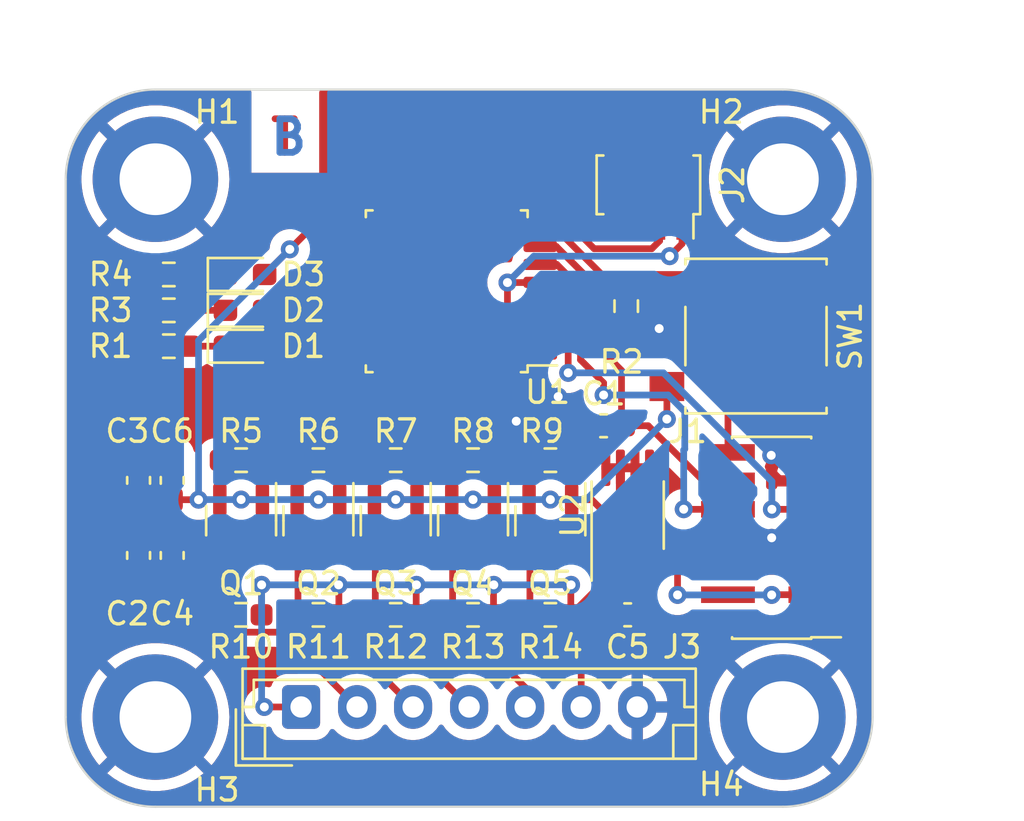
<source format=kicad_pcb>
(kicad_pcb (version 20221018) (generator pcbnew)
  (layers (0 "F.Cu" signal) (31 "B.Cu" signal) (34 "B.Paste" user) (35 "F.Paste" user) (36 "B.SilkS" user "B.Silkscreen") (37 "F.SilkS" user "F.Silkscreen") (38 "B.Mask" user) (39 "F.Mask" user) (44 "Edge.Cuts" user))
  (net 0 "")
  (net 1 "+5V")
  (net 2 "GND")
  (net 3 "+3.3V")
  (net 4 "Net-(D1-K)")
  (net 5 "Player1_LED")
  (net 6 "Net-(D3-K)")
  (net 7 "Status_LED")
  (net 8 "Data_Clock_SNES")
  (net 9 "Data_Latch_SNES")
  (net 10 "Net-(D2-K)")
  (net 11 "Serial_Data1_SNES")
  (net 12 "Serial_Data2_SNES")
  (net 13 "SPI_Chip_Select")
  (net 14 "Chip_Enable")
  (net 15 "SPI_Digital_Input")
  (net 16 "SPI_Clock")
  (net 18 "SPI_Digital_Output")
  (net 19 "IOBit_SNES")
  (net 20 "Data_Clock_STM32")
  (net 21 "Data_Latch_STM32")
  (net 22 "Appairing_Btn")
  (net 23 "Net-(U2-BP)")
  (net 25 "SWDIO")
  (net 27 "SWDCK")
  (net 34 "NRST")
  (net 35 "USART2_RX")
  (net 36 "USART2_TX")
  (net 37 "Serial_Data1_STM32")
  (net 38 "IOBit_STM32")
  (net 39 "Serial_Data2_STM32")
  (footprint "Package_TO_SOT_SMD:SOT-23" (layer "F.Cu") (at 117.625 91.2375 -90)
    (fp_text reference "Q5" (at 2.8 0) (layer "F.SilkS"))
    (fp_text value "2N7002")
    (pad "1" smd roundrect (at -0.9375 -0.95 270) (size 1.475 0.6) (layers "F.Cu" "F.Paste" "F.Mask") (net 3 "+3.3V"))
    (pad "2" smd roundrect (at -0.9375 0.95 270) (size 1.475 0.6) (layers "F.Cu" "F.Paste" "F.Mask") (net 38 "IOBit_STM32"))
    (pad "3" smd roundrect (at 0.9375 0 270) (size 1.475 0.6) (layers "F.Cu" "F.Paste" "F.Mask") (net 19 "IOBit_SNES"))
  )
  (footprint "Connector_JST:JST_EH_B7B-EH-A_1x07_P2.50mm_Vertical" (layer "F.Cu") (at 106.5 99.55)
    (fp_text reference "J3" (at 17 -2.6825) (layer "F.SilkS"))
    (fp_text value "Conn_01x07_Socket")
    (pad "1" thru_hole roundrect (at 0 0) (size 1.7 1.95) (drill 0.95) (layers "*.Cu" "*.Mask") (roundrect_rratio 0.147059) (net 1 "+5V"))
    (pad "2" thru_hole oval (at 2.5 0) (size 1.7 1.95) (drill 0.95) (layers "*.Cu" "*.Mask") (net 8 "Data_Clock_SNES"))
    (pad "3" thru_hole oval (at 5 0) (size 1.7 1.95) (drill 0.95) (layers "*.Cu" "*.Mask") (net 9 "Data_Latch_SNES"))
    (pad "4" thru_hole oval (at 7.5 0) (size 1.7 1.95) (drill 0.95) (layers "*.Cu" "*.Mask") (net 11 "Serial_Data1_SNES"))
    (pad "5" thru_hole oval (at 10 0) (size 1.7 1.95) (drill 0.95) (layers "*.Cu" "*.Mask") (net 12 "Serial_Data2_SNES"))
    (pad "6" thru_hole oval (at 12.5 0) (size 1.7 1.95) (drill 0.95) (layers "*.Cu" "*.Mask") (net 19 "IOBit_SNES"))
    (pad "7" thru_hole oval (at 15 0) (size 1.7 1.95) (drill 0.95) (layers "*.Cu" "*.Mask") (net 2 "GND"))
  )
  (footprint "Capacitor_SMD:C_0603_1608Metric_Pad1.08x0.95mm_HandSolder" (layer "F.Cu") (at 100.75 89.4375 90)
    (fp_text reference "C6" (at 2.2 0) (layer "F.SilkS"))
    (fp_text value "2.2u")
    (pad "1" smd roundrect (at -0.8625 0 90) (size 1.075 0.95) (layers "F.Cu" "F.Paste" "F.Mask") (net 3 "+3.3V"))
    (pad "2" smd roundrect (at 0.8625 0 90) (size 1.075 0.95) (layers "F.Cu" "F.Paste" "F.Mask") (net 2 "GND"))
  )
  (footprint "Diode_SMD:D_0603_1608Metric_Pad1.05x0.95mm_HandSolder" (layer "F.Cu") (at 104 81.85)
    (fp_text reference "D2" (at 2.6 0) (layer "F.SilkS"))
    (fp_text value "LED_Small")
    (pad "1" smd roundrect (at -0.875 0) (size 1.05 0.95) (layers "F.Cu" "F.Paste" "F.Mask") (net 10 "Net-(D2-K)"))
    (pad "2" smd roundrect (at 0.875 0) (size 1.05 0.95) (layers "F.Cu" "F.Paste" "F.Mask") (net 7 "Status_LED"))
  )
  (footprint "MountingHole:MountingHole_3.2mm_M3_DIN965_Pad" (layer "F.Cu") (at 128 76)
    (fp_text reference "H2" (at -2.75 -3) (layer "F.SilkS"))
    (fp_text value "MountingHole_Pad")
    (pad "1" thru_hole circle (at 0 0) (size 5.6 5.6) (drill 3.2) (layers "*.Cu" "*.Mask") (net 2 "GND"))
  )
  (footprint "Resistor_SMD:R_0603_1608Metric_Pad0.98x0.95mm_HandSolder" (layer "F.Cu") (at 100.6 81.85 180)
    (fp_text reference "R3" (at 2.6 0) (layer "F.SilkS"))
    (fp_text value "1k")
    (pad "1" smd roundrect (at -0.9125 0 180) (size 0.975 0.95) (layers "F.Cu" "F.Paste" "F.Mask") (net 10 "Net-(D2-K)"))
    (pad "2" smd roundrect (at 0.9125 0 180) (size 0.975 0.95) (layers "F.Cu" "F.Paste" "F.Mask") (net 2 "GND"))
  )
  (footprint "Resistor_SMD:R_0603_1608Metric_Pad0.98x0.95mm_HandSolder" (layer "F.Cu") (at 117.625 95.4375 180)
    (fp_text reference "R14" (at 0 -1.43) (layer "F.SilkS"))
    (fp_text value "10k")
    (pad "1" smd roundrect (at -0.9125 0 180) (size 0.975 0.95) (layers "F.Cu" "F.Paste" "F.Mask") (net 1 "+5V"))
    (pad "2" smd roundrect (at 0.9125 0 180) (size 0.975 0.95) (layers "F.Cu" "F.Paste" "F.Mask") (net 19 "IOBit_SNES"))
  )
  (footprint "Capacitor_SMD:C_0603_1608Metric_Pad1.08x0.95mm_HandSolder" (layer "F.Cu") (at 99.25 92.7875 -90)
    (fp_text reference "C2" (at 2.6 0.5) (layer "F.SilkS"))
    (fp_text value "100n")
    (pad "1" smd roundrect (at -0.8625 0 270) (size 1.075 0.95) (layers "F.Cu" "F.Paste" "F.Mask") (net 3 "+3.3V"))
    (pad "2" smd roundrect (at 0.8625 0 270) (size 1.075 0.95) (layers "F.Cu" "F.Paste" "F.Mask") (net 2 "GND"))
  )
  (footprint "Package_TO_SOT_SMD:SOT-23" (layer "F.Cu") (at 103.825 91.2375 -90)
    (fp_text reference "Q1" (at 2.8 0) (layer "F.SilkS"))
    (fp_text value "2N7002")
    (pad "1" smd roundrect (at -0.9375 -0.95 270) (size 1.475 0.6) (layers "F.Cu" "F.Paste" "F.Mask") (net 3 "+3.3V"))
    (pad "2" smd roundrect (at -0.9375 0.95 270) (size 1.475 0.6) (layers "F.Cu" "F.Paste" "F.Mask") (net 20 "Data_Clock_STM32"))
    (pad "3" smd roundrect (at 0.9375 0 270) (size 1.475 0.6) (layers "F.Cu" "F.Paste" "F.Mask") (net 8 "Data_Clock_SNES"))
  )
  (footprint "Diode_SMD:D_0603_1608Metric_Pad1.05x0.95mm_HandSolder" (layer "F.Cu") (at 104 83.45)
    (fp_text reference "D1" (at 2.6 0) (layer "F.SilkS"))
    (fp_text value "LED_Small")
    (pad "1" smd roundrect (at -0.875 0) (size 1.05 0.95) (layers "F.Cu" "F.Paste" "F.Mask") (net 4 "Net-(D1-K)"))
    (pad "2" smd roundrect (at 0.875 0) (size 1.05 0.95) (layers "F.Cu" "F.Paste" "F.Mask") (net 5 "Player1_LED"))
  )
  (footprint "Resistor_SMD:R_0603_1608Metric_Pad0.98x0.95mm_HandSolder" (layer "F.Cu") (at 107.275 88.5375 180)
    (fp_text reference "R6" (at 0 1.3) (layer "F.SilkS"))
    (fp_text value "10k")
    (pad "1" smd roundrect (at -0.9125 0 180) (size 0.975 0.95) (layers "F.Cu" "F.Paste" "F.Mask") (net 3 "+3.3V"))
    (pad "2" smd roundrect (at 0.9125 0 180) (size 0.975 0.95) (layers "F.Cu" "F.Paste" "F.Mask") (net 21 "Data_Latch_STM32"))
  )
  (footprint "Resistor_SMD:R_0603_1608Metric_Pad0.98x0.95mm_HandSolder" (layer "F.Cu") (at 103.825 88.5375 180)
    (fp_text reference "R5" (at 0 1.3) (layer "F.SilkS"))
    (fp_text value "10k")
    (pad "1" smd roundrect (at -0.9125 0 180) (size 0.975 0.95) (layers "F.Cu" "F.Paste" "F.Mask") (net 3 "+3.3V"))
    (pad "2" smd roundrect (at 0.9125 0 180) (size 0.975 0.95) (layers "F.Cu" "F.Paste" "F.Mask") (net 20 "Data_Clock_STM32"))
  )
  (footprint "MountingHole:MountingHole_3.2mm_M3_DIN965_Pad" (layer "F.Cu") (at 128 100)
    (fp_text reference "H4" (at -2.75 3) (layer "F.SilkS"))
    (fp_text value "MountingHole_Pad")
    (pad "1" thru_hole circle (at 0 0) (size 5.6 5.6) (drill 3.2) (layers "*.Cu" "*.Mask") (net 2 "GND"))
  )
  (footprint "Capacitor_SMD:C_0603_1608Metric_Pad1.08x0.95mm_HandSolder" (layer "F.Cu") (at 121.075 95.4375 180)
    (fp_text reference "C5" (at 0 -1.43) (layer "F.SilkS"))
    (fp_text value "470p")
    (pad "1" smd roundrect (at -0.8625 0 180) (size 1.075 0.95) (layers "F.Cu" "F.Paste" "F.Mask") (net 23 "Net-(U2-BP)"))
    (pad "2" smd roundrect (at 0.8625 0 180) (size 1.075 0.95) (layers "F.Cu" "F.Paste" "F.Mask") (net 2 "GND"))
  )
  (footprint "Package_SO:MSOP-8_3x3mm_P0.65mm" (layer "F.Cu") (at 121.075 90.9875 90)
    (fp_text reference "U2" (at 0 -2.45 90) (layer "F.SilkS"))
    (fp_text value "MIC5219-3.3YMM")
    (pad "1" smd roundrect (at -2.1125 -0.975 90) (size 1.625 0.4) (layers "F.Cu" "F.Paste" "F.Mask"))
    (pad "2" smd roundrect (at -2.1125 -0.325 90) (size 1.625 0.4) (layers "F.Cu" "F.Paste" "F.Mask") (net 1 "+5V"))
    (pad "3" smd roundrect (at -2.1125 0.325 90) (size 1.625 0.4) (layers "F.Cu" "F.Paste" "F.Mask") (net 3 "+3.3V"))
    (pad "4" smd roundrect (at -2.1125 0.975 90) (size 1.625 0.4) (layers "F.Cu" "F.Paste" "F.Mask") (net 23 "Net-(U2-BP)"))
    (pad "5" smd roundrect (at 2.1125 0.975 90) (size 1.625 0.4) (layers "F.Cu" "F.Paste" "F.Mask") (net 2 "GND"))
    (pad "6" smd roundrect (at 2.1125 0.325 90) (size 1.625 0.4) (layers "F.Cu" "F.Paste" "F.Mask") (net 2 "GND"))
    (pad "7" smd roundrect (at 2.1125 -0.325 90) (size 1.625 0.4) (layers "F.Cu" "F.Paste" "F.Mask") (net 2 "GND"))
    (pad "8" smd roundrect (at 2.1125 -0.975 90) (size 1.625 0.4) (layers "F.Cu" "F.Paste" "F.Mask") (net 2 "GND"))
  )
  (footprint "Resistor_SMD:R_0603_1608Metric_Pad0.98x0.95mm_HandSolder" (layer "F.Cu") (at 100.6 80.25 180)
    (fp_text reference "R4" (at 2.6 0) (layer "F.SilkS"))
    (fp_text value "1k")
    (pad "1" smd roundrect (at -0.9125 0 180) (size 0.975 0.95) (layers "F.Cu" "F.Paste" "F.Mask") (net 6 "Net-(D3-K)"))
    (pad "2" smd roundrect (at 0.9125 0 180) (size 0.975 0.95) (layers "F.Cu" "F.Paste" "F.Mask") (net 2 "GND"))
  )
  (footprint "Package_QFP:LQFP-32_7x7mm_P0.8mm" (layer "F.Cu") (at 113 81 180)
    (fp_text reference "U1" (at -4.5 -4.5) (layer "F.SilkS"))
    (fp_text value "STM32L412KBTx")
    (pad "1" smd roundrect (at -4.175 -2.8 180) (size 1.5 0.5) (layers "F.Cu" "F.Paste" "F.Mask") (net 3 "+3.3V"))
    (pad "2" smd roundrect (at -4.175 -2 180) (size 1.5 0.5) (layers "F.Cu" "F.Paste" "F.Mask") (net 25 "SWDIO"))
    (pad "3" smd roundrect (at -4.175 -1.2 180) (size 1.5 0.5) (layers "F.Cu" "F.Paste" "F.Mask") (net 27 "SWDCK"))
    (pad "4" smd roundrect (at -4.175 -0.4 180) (size 1.5 0.5) (layers "F.Cu" "F.Paste" "F.Mask") (net 34 "NRST"))
    (pad "5" smd roundrect (at -4.175 0.4 180) (size 1.5 0.5) (layers "F.Cu" "F.Paste" "F.Mask") (net 3 "+3.3V"))
    (pad "6" smd roundrect (at -4.175 1.2 180) (size 1.5 0.5) (layers "F.Cu" "F.Paste" "F.Mask") (net 36 "USART2_TX"))
    (pad "7" smd roundrect (at -4.175 2 180) (size 1.5 0.5) (layers "F.Cu" "F.Paste" "F.Mask") (net 35 "USART2_RX"))
    (pad "8" smd roundrect (at -4.175 2.8 180) (size 1.5 0.5) (layers "F.Cu" "F.Paste" "F.Mask") (net 22 "Appairing_Btn"))
    (pad "9" smd roundrect (at -2.8 4.175 180) (size 0.5 1.5) (layers "F.Cu" "F.Paste" "F.Mask") (net 13 "SPI_Chip_Select"))
    (pad "10" smd roundrect (at -2 4.175 180) (size 0.5 1.5) (layers "F.Cu" "F.Paste" "F.Mask") (net 15 "SPI_Digital_Input"))
    (pad "11" smd roundrect (at -1.2 4.175 180) (size 0.5 1.5) (layers "F.Cu" "F.Paste" "F.Mask") (net 18 "SPI_Digital_Output"))
    (pad "12" smd roundrect (at -0.4 4.175 180) (size 0.5 1.5) (layers "F.Cu" "F.Paste" "F.Mask") (net 16 "SPI_Clock"))
    (pad "13" smd roundrect (at 0.4 4.175 180) (size 0.5 1.5) (layers "F.Cu" "F.Paste" "F.Mask") (net 14 "Chip_Enable"))
    (pad "14" smd roundrect (at 1.2 4.175 180) (size 0.5 1.5) (layers "F.Cu" "F.Paste" "F.Mask"))
    (pad "15" smd roundrect (at 2 4.175 180) (size 0.5 1.5) (layers "F.Cu" "F.Paste" "F.Mask"))
    (pad "16" smd roundrect (at 2.8 4.175 180) (size 0.5 1.5) (layers "F.Cu" "F.Paste" "F.Mask") (net 2 "GND"))
    (pad "17" smd roundrect (at 4.175 2.8 180) (size 1.5 0.5) (layers "F.Cu" "F.Paste" "F.Mask") (net 3 "+3.3V"))
    (pad "18" smd roundrect (at 4.175 2 180) (size 1.5 0.5) (layers "F.Cu" "F.Paste" "F.Mask") (net 7 "Status_LED"))
    (pad "19" smd roundrect (at 4.175 1.2 180) (size 1.5 0.5) (layers "F.Cu" "F.Paste" "F.Mask") (net 5 "Player1_LED"))
    (pad "20" smd roundrect (at 4.175 0.4 180) (size 1.5 0.5) (layers "F.Cu" "F.Paste" "F.Mask"))
    (pad "21" smd roundrect (at 4.175 -0.4 180) (size 1.5 0.5) (layers "F.Cu" "F.Paste" "F.Mask"))
    (pad "22" smd roundrect (at 4.175 -1.2 180) (size 1.5 0.5) (layers "F.Cu" "F.Paste" "F.Mask"))
    (pad "23" smd roundrect (at 4.175 -2 180) (size 1.5 0.5) (layers "F.Cu" "F.Paste" "F.Mask"))
    (pad "24" smd roundrect (at 4.175 -2.8 180) (size 1.5 0.5) (layers "F.Cu" "F.Paste" "F.Mask"))
    (pad "25" smd roundrect (at 2.8 -4.175 180) (size 0.5 1.5) (layers "F.Cu" "F.Paste" "F.Mask"))
    (pad "26" smd roundrect (at 2 -4.175 180) (size 0.5 1.5) (layers "F.Cu" "F.Paste" "F.Mask") (net 20 "Data_Clock_STM32"))
    (pad "27" smd roundrect (at 1.2 -4.175 180) (size 0.5 1.5) (layers "F.Cu" "F.Paste" "F.Mask") (net 21 "Data_Latch_STM32"))
    (pad "28" smd roundrect (at 0.4 -4.175 180) (size 0.5 1.5) (layers "F.Cu" "F.Paste" "F.Mask") (net 37 "Serial_Data1_STM32"))
    (pad "29" smd roundrect (at -0.4 -4.175 180) (size 0.5 1.5) (layers "F.Cu" "F.Paste" "F.Mask") (net 39 "Serial_Data2_STM32"))
    (pad "30" smd roundrect (at -1.2 -4.175 180) (size 0.5 1.5) (layers "F.Cu" "F.Paste" "F.Mask") (net 38 "IOBit_STM32"))
    (pad "31" smd roundrect (at -2 -4.175 180) (size 0.5 1.5) (layers "F.Cu" "F.Paste" "F.Mask"))
    (pad "32" smd roundrect (at -2.8 -4.175 180) (size 0.5 1.5) (layers "F.Cu" "F.Paste" "F.Mask") (net 2 "GND"))
  )
  (footprint "MountingHole:MountingHole_3.2mm_M3_DIN965_Pad" (layer "F.Cu") (at 100 76)
    (fp_text reference "H1" (at 2.75 -3) (layer "F.SilkS"))
    (fp_text value "MountingHole_Pad")
    (pad "1" thru_hole circle (at 0 0) (size 5.6 5.6) (drill 3.2) (layers "*.Cu" "*.Mask") (net 2 "GND"))
  )
  (footprint "Connector_PinSocket_1.00mm:PinSocket_2x04_P1.00mm_Vertical_SMD" (layer "F.Cu") (at 122 76.25 -90)
    (fp_text reference "J2" (at 0 -3.75 90) (layer "F.SilkS"))
    (fp_text value "Conn_01x08_Socket")
    (pad "1" smd rect (at 1.525 -1.5 270) (size 1.85 0.5) (layers "F.Cu" "F.Paste" "F.Mask") (net 3 "+3.3V"))
    (pad "2" smd rect (at -1.525 -1.5 270) (size 1.85 0.5) (layers "F.Cu" "F.Paste" "F.Mask") (net 2 "GND"))
    (pad "3" smd rect (at 1.525 -0.5 270) (size 1.85 0.5) (layers "F.Cu" "F.Paste" "F.Mask") (net 13 "SPI_Chip_Select"))
    (pad "4" smd rect (at -1.525 -0.5 270) (size 1.85 0.5) (layers "F.Cu" "F.Paste" "F.Mask") (net 14 "Chip_Enable"))
    (pad "5" smd rect (at 1.525 0.5 270) (size 1.85 0.5) (layers "F.Cu" "F.Paste" "F.Mask") (net 15 "SPI_Digital_Input"))
    (pad "6" smd rect (at -1.525 0.5 270) (size 1.85 0.5) (layers "F.Cu" "F.Paste" "F.Mask") (net 16 "SPI_Clock"))
    (pad "7" smd rect (at 1.525 1.5 270) (size 1.85 0.5) (layers "F.Cu" "F.Paste" "F.Mask"))
    (pad "8" smd rect (at -1.525 1.5 270) (size 1.85 0.5) (layers "F.Cu" "F.Paste" "F.Mask") (net 18 "SPI_Digital_Output"))
  )
  (footprint "Resistor_SMD:R_0603_1608Metric_Pad0.98x0.95mm_HandSolder" (layer "F.Cu") (at 103.825 95.4375 180)
    (fp_text reference "R10" (at 0 -1.43) (layer "F.SilkS"))
    (fp_text value "10k")
    (pad "1" smd roundrect (at -0.9125 0 180) (size 0.975 0.95) (layers "F.Cu" "F.Paste" "F.Mask") (net 1 "+5V"))
    (pad "2" smd roundrect (at 0.9125 0 180) (size 0.975 0.95) (layers "F.Cu" "F.Paste" "F.Mask") (net 8 "Data_Clock_SNES"))
  )
  (footprint "Resistor_SMD:R_0603_1608Metric_Pad0.98x0.95mm_HandSolder" (layer "F.Cu") (at 117.625 88.5375 180)
    (fp_text reference "R9" (at 0.375 1.3) (layer "F.SilkS"))
    (fp_text value "10k")
    (pad "1" smd roundrect (at -0.9125 0 180) (size 0.975 0.95) (layers "F.Cu" "F.Paste" "F.Mask") (net 3 "+3.3V"))
    (pad "2" smd roundrect (at 0.9125 0 180) (size 0.975 0.95) (layers "F.Cu" "F.Paste" "F.Mask") (net 38 "IOBit_STM32"))
  )
  (footprint "MountingHole:MountingHole_3.2mm_M3_DIN965_Pad" (layer "F.Cu") (at 100 100)
    (fp_text reference "H3" (at 2.75 3.25) (layer "F.SilkS"))
    (fp_text value "MountingHole_Pad")
    (pad "1" thru_hole circle (at 0 0) (size 5.6 5.6) (drill 3.2) (layers "*.Cu" "*.Mask") (net 2 "GND"))
  )
  (footprint "Capacitor_SMD:C_0603_1608Metric_Pad1.08x0.95mm_HandSolder" (layer "F.Cu") (at 99.25 89.4375 90)
    (fp_text reference "C3" (at 2.2 -0.5) (layer "F.SilkS"))
    (fp_text value "100n")
    (pad "1" smd roundrect (at -0.8625 0 90) (size 1.075 0.95) (layers "F.Cu" "F.Paste" "F.Mask") (net 3 "+3.3V"))
    (pad "2" smd roundrect (at 0.8625 0 90) (size 1.075 0.95) (layers "F.Cu" "F.Paste" "F.Mask") (net 2 "GND"))
  )
  (footprint "Diode_SMD:D_0603_1608Metric_Pad1.05x0.95mm_HandSolder" (layer "F.Cu") (at 104 80.25)
    (fp_text reference "D3" (at 2.6 0) (layer "F.SilkS"))
    (fp_text value "LED")
    (pad "1" smd roundrect (at -0.875 0) (size 1.05 0.95) (layers "F.Cu" "F.Paste" "F.Mask") (net 6 "Net-(D3-K)"))
    (pad "2" smd roundrect (at 0.875 0) (size 1.05 0.95) (layers "F.Cu" "F.Paste" "F.Mask") (net 3 "+3.3V"))
  )
  (footprint "Resistor_SMD:R_0603_1608Metric_Pad0.98x0.95mm_HandSolder" (layer "F.Cu") (at 110.725 88.5375 180)
    (fp_text reference "R7" (at 0 1.3) (layer "F.SilkS"))
    (fp_text value "10k")
    (pad "1" smd roundrect (at -0.9125 0 180) (size 0.975 0.95) (layers "F.Cu" "F.Paste" "F.Mask") (net 3 "+3.3V"))
    (pad "2" smd roundrect (at 0.9125 0 180) (size 0.975 0.95) (layers "F.Cu" "F.Paste" "F.Mask") (net 37 "Serial_Data1_STM32"))
  )
  (footprint "Package_TO_SOT_SMD:SOT-23" (layer "F.Cu") (at 107.275 91.2375 -90)
    (fp_text reference "Q2" (at 2.8 0) (layer "F.SilkS"))
    (fp_text value "2N7002")
    (pad "1" smd roundrect (at -0.9375 -0.95 270) (size 1.475 0.6) (layers "F.Cu" "F.Paste" "F.Mask") (net 3 "+3.3V"))
    (pad "2" smd roundrect (at -0.9375 0.95 270) (size 1.475 0.6) (layers "F.Cu" "F.Paste" "F.Mask") (net 21 "Data_Latch_STM32"))
    (pad "3" smd roundrect (at 0.9375 0 270) (size 1.475 0.6) (layers "F.Cu" "F.Paste" "F.Mask") (net 9 "Data_Latch_SNES"))
  )
  (footprint "Resistor_SMD:R_0603_1608Metric_Pad0.98x0.95mm_HandSolder" (layer "F.Cu") (at 110.725 95.4375 180)
    (fp_text reference "R12" (at 0 -1.43) (layer "F.SilkS"))
    (fp_text value "10k")
    (pad "1" smd roundrect (at -0.9125 0 180) (size 0.975 0.95) (layers "F.Cu" "F.Paste" "F.Mask") (net 1 "+5V"))
    (pad "2" smd roundrect (at 0.9125 0 180) (size 0.975 0.95) (layers "F.Cu" "F.Paste" "F.Mask") (net 11 "Serial_Data1_SNES"))
  )
  (footprint "Resistor_SMD:R_0603_1608Metric_Pad0.98x0.95mm_HandSolder" (layer "F.Cu") (at 100.6 83.45 180)
    (fp_text reference "R1" (at 2.6 0) (layer "F.SilkS"))
    (fp_text value "1k")
    (pad "1" smd roundrect (at -0.9125 0 180) (size 0.975 0.95) (layers "F.Cu" "F.Paste" "F.Mask") (net 4 "Net-(D1-K)"))
    (pad "2" smd roundrect (at 0.9125 0 180) (size 0.975 0.95) (layers "F.Cu" "F.Paste" "F.Mask") (net 2 "GND"))
  )
  (footprint "Capacitor_SMD:C_0603_1608Metric_Pad1.08x0.95mm_HandSolder" (layer "F.Cu") (at 100.75 92.7875 -90)
    (fp_text reference "C4" (at 2.6 0) (layer "F.SilkS"))
    (fp_text value "100n")
    (pad "1" smd roundrect (at -0.8625 0 270) (size 1.075 0.95) (layers "F.Cu" "F.Paste" "F.Mask") (net 3 "+3.3V"))
    (pad "2" smd roundrect (at 0.8625 0 270) (size 1.075 0.95) (layers "F.Cu" "F.Paste" "F.Mask") (net 2 "GND"))
  )
  (footprint "Button_Switch_SMD:SW_SPST_B3S-1000" (layer "F.Cu") (at 126.8 83)
    (fp_text reference "SW1" (at 4.2 0 -90) (layer "F.SilkS"))
    (fp_text value "SW_SPST")
    (pad "1" smd rect (at -3.975 -2.25) (size 1.55 1.3) (layers "F.Cu" "F.Paste" "F.Mask") (net 22 "Appairing_Btn"))
    (pad "1" smd rect (at 3.975 -2.25) (size 1.55 1.3) (layers "F.Cu" "F.Paste" "F.Mask") (net 22 "Appairing_Btn"))
    (pad "2" smd rect (at -3.975 2.25) (size 1.55 1.3) (layers "F.Cu" "F.Paste" "F.Mask") (net 3 "+3.3V"))
    (pad "2" smd rect (at 3.975 2.25) (size 1.55 1.3) (layers "F.Cu" "F.Paste" "F.Mask") (net 3 "+3.3V"))
  )
  (footprint "Package_TO_SOT_SMD:SOT-23" (layer "F.Cu") (at 114.175 91.2375 -90)
    (fp_text reference "Q4" (at 2.8 0) (layer "F.SilkS"))
    (fp_text value "2N7002")
    (pad "1" smd roundrect (at -0.9375 -0.95 270) (size 1.475 0.6) (layers "F.Cu" "F.Paste" "F.Mask") (net 3 "+3.3V"))
    (pad "2" smd roundrect (at -0.9375 0.95 270) (size 1.475 0.6) (layers "F.Cu" "F.Paste" "F.Mask") (net 39 "Serial_Data2_STM32"))
    (pad "3" smd roundrect (at 0.9375 0 270) (size 1.475 0.6) (layers "F.Cu" "F.Paste" "F.Mask") (net 12 "Serial_Data2_SNES"))
  )
  (footprint "Resistor_SMD:R_0603_1608Metric_Pad0.98x0.95mm_HandSolder" (layer "F.Cu") (at 114.175 88.5375 180)
    (fp_text reference "R8" (at 0 1.3) (layer "F.SilkS"))
    (fp_text value "10k")
    (pad "1" smd roundrect (at -0.9125 0 180) (size 0.975 0.95) (layers "F.Cu" "F.Paste" "F.Mask") (net 3 "+3.3V"))
    (pad "2" smd roundrect (at 0.9125 0 180) (size 0.975 0.95) (layers "F.Cu" "F.Paste" "F.Mask") (net 39 "Serial_Data2_STM32"))
  )
  (footprint "Resistor_SMD:R_0603_1608Metric_Pad0.98x0.95mm_HandSolder" (layer "F.Cu") (at 114.175 95.4375 180)
    (fp_text reference "R13" (at 0 -1.43) (layer "F.SilkS"))
    (fp_text value "10k")
    (pad "1" smd roundrect (at -0.9125 0 180) (size 0.975 0.95) (layers "F.Cu" "F.Paste" "F.Mask") (net 1 "+5V"))
    (pad "2" smd roundrect (at 0.9125 0 180) (size 0.975 0.95) (layers "F.Cu" "F.Paste" "F.Mask") (net 12 "Serial_Data2_SNES"))
  )
  (footprint "Resistor_SMD:R_0603_1608Metric_Pad0.98x0.95mm_HandSolder" (layer "F.Cu") (at 107.275 95.4375 180)
    (fp_text reference "R11" (at 0 -1.43) (layer "F.SilkS"))
    (fp_text value "10k")
    (pad "1" smd roundrect (at -0.9125 0 180) (size 0.975 0.95) (layers "F.Cu" "F.Paste" "F.Mask") (net 1 "+5V"))
    (pad "2" smd roundrect (at 0.9125 0 180) (size 0.975 0.95) (layers "F.Cu" "F.Paste" "F.Mask") (net 9 "Data_Latch_SNES"))
  )
  (footprint "Capacitor_SMD:C_0603_1608Metric_Pad1.08x0.95mm_HandSolder" (layer "F.Cu") (at 120 87)
    (fp_text reference "C1" (at 0 -1.43) (layer "F.SilkS"))
    (fp_text value "100n")
    (pad "1" smd roundrect (at -0.8625 0) (size 1.075 0.95) (layers "F.Cu" "F.Paste" "F.Mask") (net 2 "GND"))
    (pad "2" smd roundrect (at 0.8625 0) (size 1.075 0.95) (layers "F.Cu" "F.Paste" "F.Mask") (net 34 "NRST"))
  )
  (footprint "Package_TO_SOT_SMD:SOT-23" (layer "F.Cu") (at 110.725 91.2375 -90)
    (fp_text reference "Q3" (at 2.8 0) (layer "F.SilkS"))
    (fp_text value "2N7002")
    (pad "1" smd roundrect (at -0.9375 -0.95 270) (size 1.475 0.6) (layers "F.Cu" "F.Paste" "F.Mask") (net 3 "+3.3V"))
    (pad "2" smd roundrect (at -0.9375 0.95 270) (size 1.475 0.6) (layers "F.Cu" "F.Paste" "F.Mask") (net 37 "Serial_Data1_STM32"))
    (pad "3" smd roundrect (at 0.9375 0 270) (size 1.475 0.6) (layers "F.Cu" "F.Paste" "F.Mask") (net 11 "Serial_Data1_SNES"))
  )
  (footprint "Connector_PinHeader_1.27mm:PinHeader_2x07_P1.27mm_Vertical_SMD" (layer "F.Cu") (at 127.5 92 180)
    (fp_text reference "J1" (at 3.75 4.75) (layer "F.SilkS"))
    (fp_text value "Conn_02x07_Odd_Even")
    (pad "1" smd rect (at -1.95 -3.81 180) (size 2.4 0.74) (layers "F.Cu" "F.Paste" "F.Mask"))
    (pad "2" smd rect (at 1.95 -3.81 180) (size 2.4 0.74) (layers "F.Cu" "F.Paste" "F.Mask"))
    (pad "3" smd rect (at -1.95 -2.54 180) (size 2.4 0.74) (layers "F.Cu" "F.Paste" "F.Mask") (net 3 "+3.3V"))
    (pad "4" smd rect (at 1.95 -2.54 180) (size 2.4 0.74) (layers "F.Cu" "F.Paste" "F.Mask"))
    (pad "5" smd rect (at -1.95 -1.27 180) (size 2.4 0.74) (layers "F.Cu" "F.Paste" "F.Mask") (net 2 "GND"))
    (pad "6" smd rect (at 1.95 -1.27 180) (size 2.4 0.74) (layers "F.Cu" "F.Paste" "F.Mask"))
    (pad "7" smd rect (at -1.95 0 180) (size 2.4 0.74) (layers "F.Cu" "F.Paste" "F.Mask") (net 2 "GND"))
    (pad "8" smd rect (at 1.95 0 180) (size 2.4 0.74) (layers "F.Cu" "F.Paste" "F.Mask"))
    (pad "9" smd rect (at -1.95 1.27 180) (size 2.4 0.74) (layers "F.Cu" "F.Paste" "F.Mask") (net 25 "SWDIO"))
    (pad "10" smd rect (at 1.95 1.27 180) (size 2.4 0.74) (layers "F.Cu" "F.Paste" "F.Mask") (net 27 "SWDCK"))
    (pad "11" smd rect (at -1.95 2.54 180) (size 2.4 0.74) (layers "F.Cu" "F.Paste" "F.Mask") (net 2 "GND"))
    (pad "12" smd rect (at 1.95 2.54 180) (size 2.4 0.74) (layers "F.Cu" "F.Paste" "F.Mask") (net 34 "NRST"))
    (pad "13" smd rect (at -1.95 3.81 180) (size 2.4 0.74) (layers "F.Cu" "F.Paste" "F.Mask") (net 35 "USART2_RX"))
    (pad "14" smd rect (at 1.95 3.81 180) (size 2.4 0.74) (layers "F.Cu" "F.Paste" "F.Mask") (net 36 "USART2_TX"))
  )
  (footprint "Resistor_SMD:R_0603_1608Metric_Pad0.98x0.95mm_HandSolder" (layer "F.Cu") (at 121.01 81.6625 -90)
    (fp_text reference "R2" (at 2.4875 0.21 180) (layer "F.SilkS"))
    (fp_text value "10k")
    (pad "1" smd roundrect (at -0.9125 0 270) (size 0.975 0.95) (layers "F.Cu" "F.Paste" "F.Mask") (net 22 "Appairing_Btn"))
    (pad "2" smd roundrect (at 0.9125 0 270) (size 0.975 0.95) (layers "F.Cu" "F.Paste" "F.Mask") (net 2 "GND"))
  )
  (gr_arc (start 96 76) (mid 97.171573 73.171573) (end 100 72) (stroke (width 0.1)) (layer "Edge.Cuts"))
  (gr_arc (start 128 72) (mid 130.828427 73.171573) (end 132 76) (stroke (width 0.1)) (layer "Edge.Cuts"))
  (gr_line (start 96 76) (end 96 100) (stroke (width 0.1)) (layer "Edge.Cuts"))
  (gr_line (start 128 72) (end 100 72) (stroke (width 0.1)) (layer "Edge.Cuts"))
  (gr_line (start 128 104) (end 100 104) (stroke (width 0.1)) (layer "Edge.Cuts"))
  (gr_arc (start 100 104) (mid 97.171573 102.828427) (end 96 100) (stroke (width 0.1)) (layer "Edge.Cuts"))
  (gr_arc (start 132 100) (mid 130.828427 102.828427) (end 128 104) (stroke (width 0.1)) (layer "Edge.Cuts"))
  (gr_line (start 132 76) (end 132 100) (stroke (width 0.1)) (layer "Edge.Cuts"))
  (gr_text "T" (at 105 75) (layer "F.Cu") (effects (font (size 1.5 1.5) (thickness 0.3) bold) (justify left bottom)))
  (gr_text "B" (at 105 75) (layer "B.Cu") (effects (font (size 1.5 1.5) (thickness 0.3) bold) (justify left bottom)))
  (segment (start 106.5 99.55) (end 104.86 99.55) (width 0.3) (layer "F.Cu") (net 1))
  (segment (start 120.407107 94.3125) (end 120.75 93.969607) (width 0.3) (layer "F.Cu") (net 1))
  (segment (start 118.5375 94.1125) (end 118.55 94.1) (width 0.3) (layer "F.Cu") (net 1))
  (segment (start 108.1875 94.1125) (end 108.175 94.1) (width 0.3) (layer "F.Cu") (net 1))
  (segment (start 120.75 93.969607) (end 120.75 93.1) (width 0.3) (layer "F.Cu") (net 1))
  (segment (start 104.7375 95.4375) (end 104.7375 94.1025) (width 0.3) (layer "F.Cu") (net 1))
  (segment (start 104.7375 94.1025) (end 104.74 94.1) (width 0.3) (layer "F.Cu") (net 1))
  (segment (start 118.5375 95.4375) (end 118.5375 94.1125) (width 0.3) (layer "F.Cu") (net 1))
  (segment (start 118.5375 95.4375) (end 119.6625 94.3125) (width 0.3) (layer "F.Cu") (net 1))
  (segment (start 111.6375 94.1125) (end 111.65 94.1) (width 0.3) (layer "F.Cu") (net 1))
  (segment (start 119.6625 94.3125) (end 120.407107 94.3125) (width 0.3) (layer "F.Cu") (net 1))
  (segment (start 115.0875 95.4375) (end 115.0875 94.1125) (width 0.3) (layer "F.Cu") (net 1))
  (segment (start 115.0875 94.1125) (end 115.1 94.1) (width 0.3) (layer "F.Cu") (net 1))
  (segment (start 111.6375 95.4375) (end 111.6375 94.1125) (width 0.3) (layer "F.Cu") (net 1))
  (segment (start 108.1875 95.4375) (end 108.1875 94.1125) (width 0.3) (layer "F.Cu") (net 1))
  (via (at 115.1 94.1) (size 0.8) (drill 0.4) (layers "F.Cu" "B.Cu") (net 1))
  (via (at 104.86 99.55) (size 0.8) (drill 0.4) (layers "F.Cu" "B.Cu") (net 1))
  (via (at 108.175 94.1) (size 0.8) (drill 0.4) (layers "F.Cu" "B.Cu") (net 1))
  (via (at 104.74 94.1) (size 0.8) (drill 0.4) (layers "F.Cu" "B.Cu") (net 1))
  (via (at 118.55 94.1) (size 0.8) (drill 0.4) (layers "F.Cu" "B.Cu") (net 1))
  (via (at 111.65 94.1) (size 0.8) (drill 0.4) (layers "F.Cu" "B.Cu") (net 1))
  (segment (start 108.175 94.1) (end 111.65 94.1) (width 0.3) (layer "B.Cu") (net 1))
  (segment (start 104.74 99.43) (end 104.74 94.1) (width 0.3) (layer "B.Cu") (net 1))
  (segment (start 104.74 94.1) (end 108.175 94.1) (width 0.3) (layer "B.Cu") (net 1))
  (segment (start 111.65 94.1) (end 115.1 94.1) (width 0.3) (layer "B.Cu") (net 1))
  (segment (start 104.86 99.55) (end 104.74 99.43) (width 0.3) (layer "B.Cu") (net 1))
  (segment (start 115.1 94.1) (end 118.55 94.1) (width 0.3) (layer "B.Cu") (net 1))
  (segment (start 121.5 96.725) (end 120.2125 95.4375) (width 0.3) (layer "F.Cu") (net 2))
  (segment (start 127.48001 88.99001) (end 127.48001 88.319492) (width 0.3) (layer "F.Cu") (net 2))
  (segment (start 116.102832 86.797168) (end 116.102832 85.477832) (width 0.3) (layer "F.Cu") (net 2))
  (segment (start 122.392 82.575) (end 122.48 82.663) (width 0.3) (layer "F.Cu") (net 2))
  (segment (start 120.1 87.9625) (end 120.1 88.875) (width 0.3) (layer "F.Cu") (net 2))
  (segment (start 116.102832 85.477832) (end 115.8 85.175) (width 0.3) (layer "F.Cu") (net 2))
  (segment (start 129.45 89.46) (end 127.95 89.46) (width 0.3) (layer "F.Cu") (net 2))
  (segment (start 119.1375 87) (end 119.1375 86.863) (width 0.3) (layer "F.Cu") (net 2))
  (segment (start 121.01 82.575) (end 122.392 82.575) (width 0.3) (layer "F.Cu") (net 2))
  (segment (start 119.1375 86.863) (end 117.9745 85.7) (width 0.3) (layer "F.Cu") (net 2))
  (segment (start 127.95 89.46) (end 127.48001 88.99001) (width 0.3) (layer "F.Cu") (net 2))
  (segment (start 121.5 99.55) (end 121.5 96.725) (width 0.3) (layer "F.Cu") (net 2))
  (segment (start 127.5 92) (end 129.45 92) (width 0.3) (layer "F.Cu") (net 2))
  (segment (start 119.1375 87) (end 120.1 87.9625) (width 0.3) (layer "F.Cu") (net 2))
  (via (at 127.5 92) (size 0.8) (drill 0.4) (layers "F.Cu" "B.Cu") (net 2))
  (via (at 122.48 82.663) (size 0.8) (drill 0.4) (layers "F.Cu" "B.Cu") (net 2))
  (via (at 116.102832 86.797168) (size 0.8) (drill 0.4) (layers "F.Cu" "B.Cu") (net 2))
  (via (at 127.48001 88.319492) (size 0.8) (drill 0.4) (layers "F.Cu" "B.Cu") (net 2))
  (via (at 117.9745 85.7) (size 0.8) (drill 0.4) (layers "F.Cu" "B.Cu") (net 2))
  (segment (start 127.48001 88.319492) (end 128.31 89.149482) (width 0.3) (layer "B.Cu") (net 2))
  (segment (start 117.9745 85.7) (end 117.2 85.7) (width 0.3) (layer "B.Cu") (net 2))
  (segment (start 128.31 89.149482) (end 128.31 91.19) (width 0.3) (layer "B.Cu") (net 2))
  (segment (start 122.48 82.663) (end 127.48001 87.66301) (width 0.3) (layer "B.Cu") (net 2))
  (segment (start 128.31 91.19) (end 127.5 92) (width 0.3) (layer "B.Cu") (net 2))
  (segment (start 127.48001 87.66301) (end 127.48001 88.319492) (width 0.3) (layer "B.Cu") (net 2))
  (segment (start 117.2 85.7) (end 116.102832 86.797168) (width 0.3) (layer "B.Cu") (net 2))
  (segment (start 101.9255 90.3) (end 100.75 90.3) (width 0.3) (layer "F.Cu") (net 3))
  (segment (start 106.925 78.2) (end 108.825 78.2) (width 0.3) (layer "F.Cu") (net 3))
  (segment (start 108.225 90.3) (end 108.225 88.575) (width 0.3) (layer "F.Cu") (net 3))
  (segment (start 115.71 80.61) (end 117.165 80.61) (width 0.3) (layer "F.Cu") (net 3))
  (segment (start 118.575 88.575) (end 118.5375 88.5375) (width 0.3) (layer "F.Cu") (net 3))
  (segment (start 117.165 80.61) (end 117.175 80.6) (width 0.3) (layer "F.Cu") (net 3))
  (segment (start 117.175 83.8) (end 116.482538 83.8) (width 0.3) (layer "F.Cu") (net 3))
  (segment (start 117.175 87.175) (end 118.5375 88.5375) (width 0.3) (layer "F.Cu") (net 3))
  (segment (start 118.575 90.3) (end 117.6295 90.3) (width 0.3) (layer "F.Cu") (net 3))
  (segment (start 104.775 88.575) (end 104.7375 88.5375) (width 0.3) (layer "F.Cu") (net 3))
  (segment (start 104.775 90.3) (end 103.8295 90.3) (width 0.3) (layer "F.Cu") (net 3))
  (segment (start 111.675 90.3) (end 111.675 88.575) (width 0.3) (layer "F.Cu") (net 3))
  (segment (start 110.7295 90.3) (end 110.7245 90.295) (width 0.3) (layer "F.Cu") (net 3))
  (segment (start 114.1795 90.3) (end 114.1745 90.295) (width 0.3) (layer "F.Cu") (net 3))
  (segment (start 127.51 94.54) (end 127.5 94.55) (width 0.3) (layer "F.Cu") (net 3))
  (segment (start 105.9975 79.1275) (end 106.925 78.2) (width 0.3) (layer "F.Cu") (net 3))
  (segment (start 111.675 90.3) (end 110.7295 90.3) (width 0.3) (layer "F.Cu") (net 3))
  (segment (start 103.8295 90.3) (end 103.8245 90.295) (width 0.3) (layer "F.Cu") (net 3))
  (segment (start 99.25 91.925) (end 99.25 90.3) (width 0.3) (layer "F.Cu") (net 3))
  (segment (start 122.825 86.7) (end 122.822832 86.702168) (width 0.3) (layer "F.Cu") (net 3))
  (segment (start 117.6295 90.3) (end 117.6245 90.295) (width 0.3) (layer "F.Cu") (net 3))
  (segment (start 119.469607 90.3) (end 118.575 90.3) (width 0.3) (layer "F.Cu") (net 3))
  (segment (start 131.05 86.975) (end 131.05 94.025) (width 0.3) (layer "F.Cu") (net 3))
  (segment (start 123.5 78.880665) (end 122.947219 79.433446) (width 0.3) (layer "F.Cu") (net 3))
  (segment (start 131.05 94.025) (end 130.535 94.54) (width 0.3) (layer "F.Cu") (net 3))
  (segment (start 100.75 90.3) (end 100.75 91.925) (width 0.3) (layer "F.Cu") (net 3))
  (segment (start 111.675 88.575) (end 111.6375 88.5375) (width 0.3) (layer "F.Cu") (net 3))
  (segment (start 100.75 90.3) (end 99.25 90.3) (width 0.3) (layer "F.Cu") (net 3))
  (segment (start 115.125 90.3) (end 114.1795 90.3) (width 0.3) (layer "F.Cu") (net 3))
  (segment (start 117.175 83.8) (end 117.175 87.175) (width 0.3) (layer "F.Cu") (net 3))
  (segment (start 122.357107 91.8875) (end 121.742893 91.8875) (width 0.3) (layer "F.Cu") (net 3))
  (segment (start 130.775 86.7) (end 130.775 85.25) (width 0.3) (layer "F.Cu") (net 3))
  (segment (start 108.225 90.3) (end 107.2795 90.3) (width 0.3) (layer "F.Cu") (net 3))
  (segment (start 121.4 93.1) (end 121.4 92.230393) (width 0.3) (layer "F.Cu") (net 3))
  (segment (start 129.45 94.54) (end 127.51 94.54) (width 0.3) (layer "F.Cu") (net 3))
  (segment (start 121.742893 91.8875) (end 121.4 92.230393) (width 0.3) (layer "F.Cu") (net 3))
  (segment (start 116.482538 83.8) (end 115.71 83.027462) (width 0.3) (layer "F.Cu") (net 3))
  (segment (start 121.4 92.230393) (end 119.469607 90.3) (width 0.3) (layer "F.Cu") (net 3))
  (segment (start 115.125 88.575) (end 115.0875 88.5375) (width 0.3) (layer "F.Cu") (net 3))
  (segment (start 104.875 80.25) (end 105.9975 79.1275) (width 0.3) (layer "F.Cu") (net 3))
  (segment (start 115.71 83.027462) (end 115.71 80.61) (width 0.3) (layer "F.Cu") (net 3))
  (segment (start 115.125 90.3) (end 115.125 88.575) (width 0.3) (layer "F.Cu") (net 3))
  (segment (start 118.575 90.3) (end 118.575 88.575) (width 0.3) (layer "F.Cu") (net 3))
  (segment (start 107.2795 90.3) (end 107.2745 90.295) (width 0.3) (layer "F.Cu") (net 3))
  (segment (start 123.3 92.830393) (end 122.357107 91.8875) (width 0.3) (layer "F.Cu") (net 3))
  (segment (start 130.775 86.7) (end 131.05 86.975) (width 0.3) (layer "F.Cu") (net 3))
  (segment (start 123.5 77.775) (end 123.5 78.880665) (width 0.3) (layer "F.Cu") (net 3))
  (segment (start 122.825 85.25) (end 122.825 86.7) (width 0.3) (layer "F.Cu") (net 3))
  (segment (start 130.535 94.54) (end 129.45 94.54) (width 0.3) (layer "F.Cu") (net 3))
  (segment (start 123.3 94.55) (end 123.3 92.830393) (width 0.3) (layer "F.Cu") (net 3))
  (segment (start 104.775 90.3) (end 104.775 88.575) (width 0.3) (layer "F.Cu") (net 3))
  (segment (start 108.225 88.575) (end 108.1875 88.5375) (width 0.3) (layer "F.Cu") (net 3))
  (via (at 115.71 80.61) (size 0.8) (drill 0.4) (layers "F.Cu" "B.Cu") (net 3))
  (via (at 127.5 94.55) (size 0.8) (drill 0.4) (layers "F.Cu" "B.Cu") (net 3))
  (via (at 123.3 94.55) (size 0.8) (drill 0.4) (layers "F.Cu" "B.Cu") (net 3))
  (via (at 117.6245 90.295) (size 0.8) (drill 0.4) (layers "F.Cu" "B.Cu") (net 3))
  (via (at 101.9255 90.3) (size 0.8) (drill 0.4) (layers "F.Cu" "B.Cu") (net 3))
  (via (at 122.822832 86.702168) (size 0.8) (drill 0.4) (layers "F.Cu" "B.Cu") (net 3))
  (via (at 110.7245 90.295) (size 0.8) (drill 0.4) (layers "F.Cu" "B.Cu") (net 3))
  (via (at 105.9975 79.1275) (size 0.8) (drill 0.4) (layers "F.Cu" "B.Cu") (net 3))
  (via (at 122.947219 79.433446) (size 0.8) (drill 0.4) (layers "F.Cu" "B.Cu") (net 3))
  (via (at 103.8245 90.295) (size 0.8) (drill 0.4) (layers "F.Cu" "B.Cu") (net 3))
  (via (at 114.1745 90.295) (size 0.8) (drill 0.4) (layers "F.Cu" "B.Cu") (net 3))
  (via (at 107.2745 90.295) (size 0.8) (drill 0.4) (layers "F.Cu" "B.Cu") (net 3))
  (segment (start 116.886554 79.433446) (end 115.71 80.61) (width 0.3) (layer "B.Cu") (net 3))
  (segment (start 107.2745 90.295) (end 103.8245 90.295) (width 0.3) (layer "B.Cu") (net 3))
  (segment (start 101.9255 90.3) (end 101.9255 83.1995) (width 0.3) (layer "B.Cu") (net 3))
  (segment (start 122.947219 79.433446) (end 116.886554 79.433446) (width 0.3) (layer "B.Cu") (net 3))
  (segment (start 110.7245 90.295) (end 107.2745 90.295) (width 0.3) (layer "B.Cu") (net 3))
  (segment (start 117.6245 90.295) (end 114.1745 90.295) (width 0.3) (layer "B.Cu") (net 3))
  (segment (start 101.9255 90.3) (end 101.9305 90.295) (width 0.3) (layer "B.Cu") (net 3))
  (segment (start 127.5 94.55) (end 123.3 94.55) (width 0.3) (layer "B.Cu") (net 3))
  (segment (start 119.23 90.295) (end 117.6245 90.295) (width 0.3) (layer "B.Cu") (net 3))
  (segment (start 101.9255 83.1995) (end 105.9975 79.1275) (width 0.3) (layer "B.Cu") (net 3))
  (segment (start 114.1745 90.295) (end 110.7245 90.295) (width 0.3) (layer "B.Cu") (net 3))
  (segment (start 101.9305 90.295) (end 103.8245 90.295) (width 0.3) (layer "B.Cu") (net 3))
  (segment (start 122.822832 86.702168) (end 119.23 90.295) (width 0.3) (layer "B.Cu") (net 3))
  (segment (start 101.5125 83.45) (end 103.125 83.45) (width 0.3) (layer "F.Cu") (net 4))
  (segment (start 107.675 80.65) (end 107.675 80.235356) (width 0.3) (layer "F.Cu") (net 5))
  (segment (start 104.875 83.45) (end 107.675 80.65) (width 0.3) (layer "F.Cu") (net 5))
  (segment (start 108.110356 79.8) (end 108.825 79.8) (width 0.3) (layer "F.Cu") (net 5))
  (segment (start 107.675 80.235356) (end 108.110356 79.8) (width 0.3) (layer "F.Cu") (net 5))
  (segment (start 103.125 80.25) (end 101.5125 80.25) (width 0.3) (layer "F.Cu") (net 6))
  (segment (start 108.132538 79) (end 108.825 79) (width 0.3) (layer "F.Cu") (net 7))
  (segment (start 105.282538 81.85) (end 108.132538 79) (width 0.3) (layer "F.Cu") (net 7))
  (segment (start 104.875 81.85) (end 105.282538 81.85) (width 0.3) (layer "F.Cu") (net 7))
  (segment (start 102.9125 95.4375) (end 103.6875 96.2125) (width 0.3) (layer "F.Cu") (net 8))
  (segment (start 102.9125 95.4375) (end 102.9125 93.0875) (width 0.3) (layer "F.Cu") (net 8))
  (segment (start 102.9125 93.0875) (end 103.825 92.175) (width 0.3) (layer "F.Cu") (net 8))
  (segment (start 105.6625 96.2125) (end 109 99.55) (width 0.3) (layer "F.Cu") (net 8))
  (segment (start 103.6875 96.2125) (end 105.6625 96.2125) (width 0.3) (layer "F.Cu") (net 8))
  (segment (start 106.3625 95.4375) (end 107.1375 96.2125) (width 0.3) (layer "F.Cu") (net 9))
  (segment (start 106.3625 95.4375) (end 106.3625 93.0875) (width 0.3) (layer "F.Cu") (net 9))
  (segment (start 107.1375 96.2125) (end 108.1625 96.2125) (width 0.3) (layer "F.Cu") (net 9))
  (segment (start 108.1625 96.2125) (end 111.5 99.55) (width 0.3) (layer "F.Cu") (net 9))
  (segment (start 106.3625 93.0875) (end 107.275 92.175) (width 0.3) (layer "F.Cu") (net 9))
  (segment (start 101.5125 81.85) (end 103.125 81.85) (width 0.3) (layer "F.Cu") (net 10))
  (segment (start 109.8125 93.0875) (end 110.725 92.175) (width 0.3) (layer "F.Cu") (net 11))
  (segment (start 109.8125 95.4375) (end 109.8875 95.4375) (width 0.3) (layer "F.Cu") (net 11))
  (segment (start 109.8875 95.4375) (end 114 99.55) (width 0.3) (layer "F.Cu") (net 11))
  (segment (start 109.8125 95.4375) (end 109.8125 93.0875) (width 0.3) (layer "F.Cu") (net 11))
  (segment (start 113.2625 95.4375) (end 116.5 98.675) (width 0.3) (layer "F.Cu") (net 12))
  (segment (start 116.5 98.675) (end 116.5 99.55) (width 0.3) (layer "F.Cu") (net 12))
  (segment (start 113.2625 93.0875) (end 114.175 92.175) (width 0.3) (layer "F.Cu") (net 12))
  (segment (start 113.2625 95.4375) (end 113.2625 93.0875) (width 0.3) (layer "F.Cu") (net 12))
  (segment (start 122.5 77.775) (end 122.5 78.75) (width 0.3) (layer "F.Cu") (net 13))
  (segment (start 119.58 79.1) (end 117.305 76.825) (width 0.3) (layer "F.Cu") (net 13))
  (segment (start 122.5 78.75) (end 122.15 79.1) (width 0.3) (layer "F.Cu") (net 13))
  (segment (start 122.15 79.1) (end 119.58 79.1) (width 0.3) (layer "F.Cu") (net 13))
  (segment (start 117.305 76.825) (end 115.8 76.825) (width 0.3) (layer "F.Cu") (net 13))
  (segment (start 112.6 76.132538) (end 112.6 76.825) (width 0.3) (layer "F.Cu") (net 14))
  (segment (start 122.5 73.5) (end 121.85 72.85) (width 0.3) (layer "F.Cu") (net 14))
  (segment (start 115.882538 72.85) (end 112.6 76.132538) (width 0.3) (layer "F.Cu") (net 14))
  (segment (start 121.85 72.85) (end 115.882538 72.85) (width 0.3) (layer "F.Cu") (net 14))
  (segment (start 122.5 74.725) (end 122.5 73.5) (width 0.3) (layer "F.Cu") (net 14))
  (segment (start 116.142462 75.675) (end 115.457538 75.675) (width 0.3) (layer "F.Cu") (net 15))
  (segment (start 120.9 76.2) (end 116.667462 76.2) (width 0.3) (layer "F.Cu") (net 15))
  (segment (start 115 76.132538) (end 115 76.825) (width 0.3) (layer "F.Cu") (net 15))
  (segment (start 121.5 77.775) (end 121.5 76.8) (width 0.3) (layer "F.Cu") (net 15))
  (segment (start 115.457538 75.675) (end 115 76.132538) (width 0.3) (layer "F.Cu") (net 15))
  (segment (start 121.5 76.8) (end 120.9 76.2) (width 0.3) (layer "F.Cu") (net 15))
  (segment (start 116.667462 76.2) (end 116.142462 75.675) (width 0.3) (layer "F.Cu") (net 15))
  (segment (start 116.132538 73.4) (end 113.4 76.132538) (width 0.3) (layer "F.Cu") (net 16))
  (segment (start 121.5 73.75) (end 121.15 73.4) (width 0.3) (layer "F.Cu") (net 16))
  (segment (start 121.15 73.4) (end 116.132538 73.4) (width 0.3) (layer "F.Cu") (net 16))
  (segment (start 121.5 74.725) (end 121.5 73.75) (width 0.3) (layer "F.Cu") (net 16))
  (segment (start 113.4 76.132538) (end 113.4 76.825) (width 0.3) (layer "F.Cu") (net 16))
  (segment (start 114.2 76.132538) (end 114.2 76.825) (width 0.3) (layer "F.Cu") (net 18))
  (segment (start 115.607538 74.725) (end 114.2 76.132538) (width 0.3) (layer "F.Cu") (net 18))
  (segment (start 120.5 74.725) (end 115.607538 74.725) (width 0.3) (layer "F.Cu") (net 18))
  (segment (start 119 97.725) (end 119 99.55) (width 0.3) (layer "F.Cu") (net 19))
  (segment (start 116.7125 95.4375) (end 116.7125 93.0875) (width 0.3) (layer "F.Cu") (net 19))
  (segment (start 116.7125 93.0875) (end 117.625 92.175) (width 0.3) (layer "F.Cu") (net 19))
  (segment (start 116.7125 95.4375) (end 119 97.725) (width 0.3) (layer "F.Cu") (net 19))
  (segment (start 111 85.875) (end 111 85.175) (width 0.3) (layer "F.Cu") (net 20))
  (segment (start 102.875 90.3) (end 102.875 88.575) (width 0.3) (layer "F.Cu") (net 20))
  (segment (start 104.3375 87.1125) (end 109.7625 87.1125) (width 0.3) (layer "F.Cu") (net 20))
  (segment (start 109.7625 87.1125) (end 111 85.875) (width 0.3) (layer "F.Cu") (net 20))
  (segment (start 102.9125 88.5375) (end 104.3375 87.1125) (width 0.3) (layer "F.Cu") (net 20))
  (segment (start 102.875 88.575) (end 102.9125 88.5375) (width 0.3) (layer "F.Cu") (net 20))
  (segment (start 107.2375 87.6625) (end 110.004962 87.6625) (width 0.3) (layer "F.Cu") (net 21))
  (segment (start 111.8 85.867462) (end 111.8 85.175) (width 0.3) (layer "F.Cu") (net 21))
  (segment (start 106.325 90.3) (end 106.325 88.575) (width 0.3) (layer "F.Cu") (net 21))
  (segment (start 106.3625 88.5375) (end 107.2375 87.6625) (width 0.3) (layer "F.Cu") (net 21))
  (segment (start 110.004962 87.6625) (end 111.8 85.867462) (width 0.3) (layer "F.Cu") (net 21))
  (segment (start 106.325 88.575) (end 106.3625 88.5375) (width 0.3) (layer "F.Cu") (net 21))
  (segment (start 122.825 80.75) (end 130.775 80.75) (width 0.3) (layer "F.Cu") (net 22))
  (segment (start 120.417462 80.75) (end 117.867462 78.2) (width 0.3) (layer "F.Cu") (net 22))
  (segment (start 122.825 80.75) (end 121.01 80.75) (width 0.3) (layer "F.Cu") (net 22))
  (segment (start 121.01 80.75) (end 120.417462 80.75) (width 0.3) (layer "F.Cu") (net 22))
  (segment (start 117.867462 78.2) (end 117.175 78.2) (width 0.3) (layer "F.Cu") (net 22))
  (segment (start 122.05 95.325) (end 122.05 93.1) (width 0.3) (layer "F.Cu") (net 23))
  (segment (start 121.9375 95.4375) (end 122.05 95.325) (width 0.3) (layer "F.Cu") (net 23))
  (segment (start 117.175 83) (end 117.889644 83) (width 0.3) (layer "F.Cu") (net 25))
  (segment (start 127.51 90.73) (end 129.45 90.73) (width 0.3) (layer "F.Cu") (net 25))
  (segment (start 118.420354 83.53071) (end 118.420354 84.639647) (width 0.3) (layer "F.Cu") (net 25))
  (segment (start 117.889644 83) (end 118.420354 83.53071) (width 0.3) (layer "F.Cu") (net 25))
  (via (at 127.51 90.73) (size 0.8) (drill 0.4) (layers "F.Cu" "B.Cu") (net 25))
  (via (at 118.420354 84.639647) (size 0.8) (drill 0.4) (layers "F.Cu" "B.Cu") (net 25))
  (segment (start 122.6695 84.639647) (end 127.51 89.480147) (width 0.3) (layer "B.Cu") (net 25))
  (segment (start 118.420354 84.639647) (end 122.6695 84.639647) (width 0.3) (layer "B.Cu") (net 25))
  (segment (start 127.51 89.480147) (end 127.51 90.73) (width 0.3) (layer "B.Cu") (net 25))
  (segment (start 118.97 83.302538) (end 117.867462 82.2) (width 0.3) (layer "F.Cu") (net 27))
  (segment (start 123.58 90.73) (end 123.575 90.725) (width 0.3) (layer "F.Cu") (net 27))
  (segment (start 117.867462 82.2) (end 117.175 82.2) (width 0.3) (layer "F.Cu") (net 27))
  (segment (start 118.97 84.058629) (end 118.97 83.302538) (width 0.3) (layer "F.Cu") (net 27))
  (segment (start 120.0005 85.089129) (end 118.97 84.058629) (width 0.3) (layer "F.Cu") (net 27))
  (segment (start 120.0005 85.6295) (end 120.0005 85.089129) (width 0.3) (layer "F.Cu") (net 27))
  (segment (start 125.55 90.73) (end 123.58 90.73) (width 0.3) (layer "F.Cu") (net 27))
  (via (at 120.0005 85.6295) (size 0.8) (drill 0.4) (layers "F.Cu" "B.Cu") (net 27))
  (via (at 123.575 90.725) (size 0.8) (drill 0.4) (layers "F.Cu" "B.Cu") (net 27))
  (segment (start 122.881535 85.6295) (end 120.0005 85.6295) (width 0.3) (layer "B.Cu") (net 27))
  (segment (start 123.622832 88.037168) (end 123.622832 86.370797) (width 0.3) (layer "B.Cu") (net 27))
  (segment (start 123.575 88.085) (end 123.622832 88.037168) (width 0.3) (layer "B.Cu") (net 27))
  (segment (start 123.622832 86.370797) (end 122.881535 85.6295) (width 0.3) (layer "B.Cu") (net 27))
  (segment (start 123.575 90.725) (end 123.575 88.085) (width 0.3) (layer "B.Cu") (net 27))
  (segment (start 119.035 81.700992) (end 119.035 81.719697) (width 0.3) (layer "F.Cu") (net 34))
  (segment (start 124.45 89.46) (end 125.55 89.46) (width 0.3) (layer "F.Cu") (net 34))
  (segment (start 121.99 87) (end 124.45 89.46) (width 0.3) (layer "F.Cu") (net 34))
  (segment (start 119.585 82.269697) (end 119.585 83.316878) (width 0.3) (layer "F.Cu") (net 34))
  (segment (start 119.585 83.316878) (end 120.8 84.531879) (width 0.3) (layer "F.Cu") (net 34))
  (segment (start 118.734008 81.4) (end 119.035 81.700992) (width 0.3) (layer "F.Cu") (net 34))
  (segment (start 119.035 81.719697) (end 119.585 82.269697) (width 0.3) (layer "F.Cu") (net 34))
  (segment (start 120.8 86.9375) (end 120.8625 87) (width 0.3) (layer "F.Cu") (net 34))
  (segment (start 120.8625 87) (end 121.99 87) (width 0.3) (layer "F.Cu") (net 34))
  (segment (start 117.175 81.4) (end 118.734008 81.4) (width 0.3) (layer "F.Cu") (net 34))
  (segment (start 120.8 84.531879) (end 120.8 86.9375) (width 0.3) (layer "F.Cu") (net 34))
  (segment (start 120.508439 81.6375) (end 121.65 81.6375) (width 0.3) (layer "F.Cu") (net 35))
  (segment (start 121.65 81.6375) (end 121.8125 81.8) (width 0.3) (layer "F.Cu") (net 35))
  (segment (start 124.81 81.8) (end 124.82 81.79) (width 0.3) (layer "F.Cu") (net 35))
  (segment (start 120.135 81.245356) (end 120.135 81.264061) (width 0.3) (layer "F.Cu") (net 35))
  (segment (start 129.45 86.42) (end 129.45 88.19) (width 0.3) (layer "F.Cu") (net 35))
  (segment (start 117.175 79) (end 117.889644 79) (width 0.3) (layer "F.Cu") (net 35))
  (segment (start 120.135 81.264061) (end 120.508439 81.6375) (width 0.3) (layer "F.Cu") (net 35))
  (segment (start 124.82 81.79) (end 129.45 86.42) (width 0.3) (layer "F.Cu") (net 35))
  (segment (start 121.8125 81.8) (end 124.81 81.8) (width 0.3) (layer "F.Cu") (net 35))
  (segment (start 117.889644 79) (end 120.135 81.245356) (width 0.3) (layer "F.Cu") (net 35))
  (segment (start 125.55 88.19) (end 125.55 85.75) (width 0.3) (layer "F.Cu") (net 36))
  (segment (start 123.2625 83.4625) (end 120.508439 83.4625) (width 0.3) (layer "F.Cu") (net 36))
  (segment (start 120.508439 83.4625) (end 120.135 83.089061) (width 0.3) (layer "F.Cu") (net 36))
  (segment (start 125.55 85.75) (end 123.2625 83.4625) (width 0.3) (layer "F.Cu") (net 36))
  (segment (start 117.911826 79.8) (end 117.175 79.8) (width 0.3) (layer "F.Cu") (net 36))
  (segment (start 119.585 81.473174) (end 117.911826 79.8) (width 0.3) (layer "F.Cu") (net 36))
  (segment (start 120.135 82.041879) (end 119.585 81.491879) (width 0.3) (layer "F.Cu") (net 36))
  (segment (start 119.585 81.491879) (end 119.585 81.473174) (width 0.3) (layer "F.Cu") (net 36))
  (segment (start 120.135 83.089061) (end 120.135 82.041879) (width 0.3) (layer "F.Cu") (net 36))
  (segment (start 109.8125 88.5375) (end 110.248439 88.5375) (width 0.3) (layer "F.Cu") (net 37))
  (segment (start 109.775 90.3) (end 109.775 88.575) (width 0.3) (layer "F.Cu") (net 37))
  (segment (start 110.248439 88.5375) (end 112.6 86.185939) (width 0.3) (layer "F.Cu") (net 37))
  (segment (start 109.775 88.575) (end 109.8125 88.5375) (width 0.3) (layer "F.Cu") (net 37))
  (segment (start 112.6 86.185939) (end 112.6 85.175) (width 0.3) (layer "F.Cu") (net 37))
  (segment (start 116.7125 88.5375) (end 114.2 86.025) (width 0.3) (layer "F.Cu") (net 38))
  (segment (start 116.675 90.3) (end 116.675 88.575) (width 0.3) (layer "F.Cu") (net 38))
  (segment (start 114.2 86.025) (end 114.2 85.175) (width 0.3) (layer "F.Cu") (net 38))
  (segment (start 116.675 88.575) (end 116.7125 88.5375) (width 0.3) (layer "F.Cu") (net 38))
  (segment (start 113.225 88.575) (end 113.2625 88.5375) (width 0.3) (layer "F.Cu") (net 39))
  (segment (start 113.2625 85.3125) (end 113.4 85.175) (width 0.3) (layer "F.Cu") (net 39))
  (segment (start 113.225 90.3) (end 113.225 88.575) (width 0.3) (layer "F.Cu") (net 39))
  (segment (start 113.2625 88.5375) (end 113.2625 85.3125) (width 0.3) (layer "F.Cu") (net 39))
  (zone (net 2) (net_name "GND") (layer "F.Cu") (connect_pads (clearance 0.5)) (min_thickness 0.25) (fill yes (thermal_gap 0.5) (thermal_bridge_width 0.5))
    (polygon (pts (xy 96 72) (xy 132 72) (xy 132 104) (xy 96 104)))
  )
  (zone (net 2) (net_name "GND") (layer "B.Cu") (priority 1) (connect_pads (clearance 0.5)) (min_thickness 0.25) (fill yes (thermal_gap 0.5) (thermal_bridge_width 0.5))
    (polygon (pts (xy 96 72) (xy 132 72) (xy 132 104) (xy 96 104)))
  )
)
</source>
